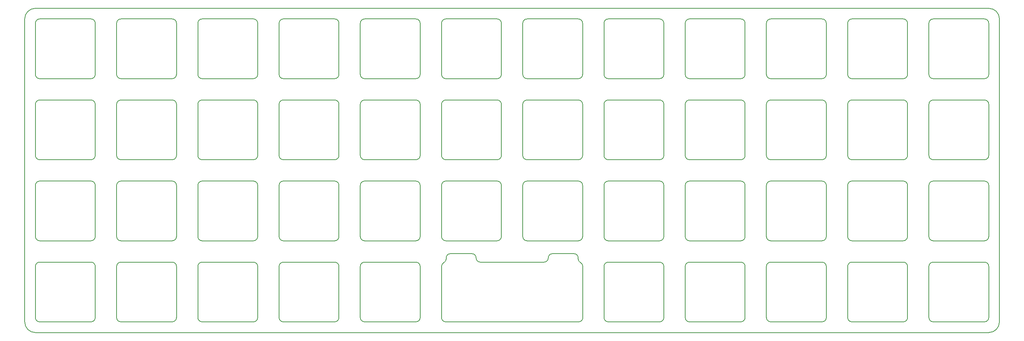
<source format=gbr>
%TF.GenerationSoftware,KiCad,Pcbnew,6.0.4-6f826c9f35~116~ubuntu22.04.1*%
%TF.CreationDate,2022-03-31T18:52:35+02:00*%
%TF.ProjectId,plaid_plate_mit_grid,706c6169-645f-4706-9c61-74655f6d6974,rev?*%
%TF.SameCoordinates,PX208b4c8PY36216c0*%
%TF.FileFunction,Profile,NP*%
%FSLAX46Y46*%
G04 Gerber Fmt 4.6, Leading zero omitted, Abs format (unit mm)*
G04 Created by KiCad (PCBNEW 6.0.4-6f826c9f35~116~ubuntu22.04.1) date 2022-03-31 18:52:35*
%MOMM*%
%LPD*%
G01*
G04 APERTURE LIST*
%TA.AperFunction,Profile*%
%ADD10C,0.200000*%
%TD*%
%TA.AperFunction,Profile*%
%ADD11C,0.150000*%
%TD*%
G04 APERTURE END LIST*
D10*
X211499600Y-72491000D02*
G75*
G03*
X212499600Y-73491000I999999J-1D01*
G01*
X225499586Y-60491000D02*
G75*
G03*
X224499600Y-59491000I-999993J7D01*
G01*
X224499600Y-73491000D02*
G75*
G03*
X225499600Y-72491000I-7J1000007D01*
G01*
X212499600Y-59491000D02*
X224499600Y-59491000D01*
X211499600Y-72491000D02*
X211499600Y-60491000D01*
X212499600Y-59491000D02*
G75*
G03*
X211499600Y-60491000I-1J-999999D01*
G01*
X224499600Y-73491000D02*
X212499600Y-73491000D01*
X225499600Y-60491000D02*
X225499600Y-72491000D01*
X192499600Y-72491000D02*
G75*
G03*
X193499600Y-73491000I999999J-1D01*
G01*
X193499600Y-59491000D02*
G75*
G03*
X192499600Y-60491000I-1J-999999D01*
G01*
X206499586Y-60491000D02*
G75*
G03*
X205499600Y-59491000I-999993J7D01*
G01*
X205499600Y-73491000D02*
G75*
G03*
X206499600Y-72491000I-7J1000007D01*
G01*
X193499600Y-59491000D02*
X205499600Y-59491000D01*
X192499600Y-72491000D02*
X192499600Y-60491000D01*
X205499600Y-73491000D02*
X193499600Y-73491000D01*
X206499600Y-60491000D02*
X206499600Y-72491000D01*
X173499600Y-72491000D02*
G75*
G03*
X174499600Y-73491000I999999J-1D01*
G01*
X187499586Y-60491000D02*
G75*
G03*
X186499600Y-59491000I-999993J7D01*
G01*
X186499600Y-73491000D02*
G75*
G03*
X187499600Y-72491000I-7J1000007D01*
G01*
X174499600Y-59491000D02*
X186499600Y-59491000D01*
X173499600Y-72491000D02*
X173499600Y-60491000D01*
X187499600Y-60491000D02*
X187499600Y-72491000D01*
X186499600Y-73491000D02*
X174499600Y-73491000D01*
X174499600Y-59491000D02*
G75*
G03*
X173499600Y-60491000I-1J-999999D01*
G01*
X154499600Y-72491000D02*
G75*
G03*
X155499600Y-73491000I999999J-1D01*
G01*
X168499586Y-60491000D02*
G75*
G03*
X167499600Y-59491000I-999993J7D01*
G01*
X167499600Y-73491000D02*
G75*
G03*
X168499600Y-72491000I-7J1000007D01*
G01*
X155499600Y-59491000D02*
X167499600Y-59491000D01*
X154499600Y-72491000D02*
X154499600Y-60491000D01*
X167499600Y-73491000D02*
X155499600Y-73491000D01*
X168499600Y-60491000D02*
X168499600Y-72491000D01*
X155499600Y-59491000D02*
G75*
G03*
X154499600Y-60491000I-1J-999999D01*
G01*
X135499600Y-72491000D02*
G75*
G03*
X136499600Y-73491000I999999J-1D01*
G01*
X149499586Y-60491000D02*
G75*
G03*
X148499600Y-59491000I-999993J7D01*
G01*
X149499600Y-60491000D02*
X149499600Y-72491000D01*
X148499600Y-73491000D02*
G75*
G03*
X149499600Y-72491000I-7J1000007D01*
G01*
X136499600Y-59491000D02*
X148499600Y-59491000D01*
X135499600Y-72491000D02*
X135499600Y-60491000D01*
X136499600Y-59491000D02*
G75*
G03*
X135499600Y-60491000I-1J-999999D01*
G01*
X148499600Y-73491000D02*
X136499600Y-73491000D01*
X211499600Y-53491000D02*
G75*
G03*
X212499600Y-54491000I999999J-1D01*
G01*
X225499586Y-41491000D02*
G75*
G03*
X224499600Y-40491000I-999993J7D01*
G01*
X224499600Y-54491000D02*
G75*
G03*
X225499600Y-53491000I-7J1000007D01*
G01*
X224499600Y-54491000D02*
X212499600Y-54491000D01*
X212499600Y-40491000D02*
X224499600Y-40491000D01*
X211499600Y-53491000D02*
X211499600Y-41491000D01*
X225499600Y-41491000D02*
X225499600Y-53491000D01*
X212499600Y-40491000D02*
G75*
G03*
X211499600Y-41491000I-1J-999999D01*
G01*
X192499600Y-53491000D02*
G75*
G03*
X193499600Y-54491000I999999J-1D01*
G01*
X206499586Y-41491000D02*
G75*
G03*
X205499600Y-40491000I-999993J7D01*
G01*
X205499600Y-54491000D02*
X193499600Y-54491000D01*
X205499600Y-54491000D02*
G75*
G03*
X206499600Y-53491000I-7J1000007D01*
G01*
X193499600Y-40491000D02*
X205499600Y-40491000D01*
X193499600Y-40491000D02*
G75*
G03*
X192499600Y-41491000I-1J-999999D01*
G01*
X192499600Y-53491000D02*
X192499600Y-41491000D01*
X206499600Y-41491000D02*
X206499600Y-53491000D01*
X173499600Y-53491000D02*
G75*
G03*
X174499600Y-54491000I999999J-1D01*
G01*
X186499600Y-54491000D02*
G75*
G03*
X187499600Y-53491000I-7J1000007D01*
G01*
X174499600Y-40491000D02*
G75*
G03*
X173499600Y-41491000I-1J-999999D01*
G01*
X187499586Y-41491000D02*
G75*
G03*
X186499600Y-40491000I-999993J7D01*
G01*
X174499600Y-40491000D02*
X186499600Y-40491000D01*
X173499600Y-53491000D02*
X173499600Y-41491000D01*
X186499600Y-54491000D02*
X174499600Y-54491000D01*
X187499600Y-41491000D02*
X187499600Y-53491000D01*
X154499600Y-53491000D02*
G75*
G03*
X155499600Y-54491000I999999J-1D01*
G01*
X168499586Y-41491000D02*
G75*
G03*
X167499600Y-40491000I-999993J7D01*
G01*
X167499600Y-54491000D02*
G75*
G03*
X168499600Y-53491000I-7J1000007D01*
G01*
X155499600Y-40491000D02*
X167499600Y-40491000D01*
X154499600Y-53491000D02*
X154499600Y-41491000D01*
X155499600Y-40491000D02*
G75*
G03*
X154499600Y-41491000I-1J-999999D01*
G01*
X167499600Y-54491000D02*
X155499600Y-54491000D01*
X168499600Y-41491000D02*
X168499600Y-53491000D01*
X78499600Y-72491000D02*
G75*
G03*
X79499600Y-73491000I999999J-1D01*
G01*
X92499586Y-60491000D02*
G75*
G03*
X91499600Y-59491000I-999993J7D01*
G01*
X91499600Y-73491000D02*
G75*
G03*
X92499600Y-72491000I-7J1000007D01*
G01*
X78499600Y-72491000D02*
X78499600Y-60491000D01*
X79499600Y-59491000D02*
X91499600Y-59491000D01*
X91499600Y-73491000D02*
X79499600Y-73491000D01*
X92499600Y-60491000D02*
X92499600Y-72491000D01*
X79499600Y-59491000D02*
G75*
G03*
X78499600Y-60491000I-1J-999999D01*
G01*
X59499600Y-72491000D02*
G75*
G03*
X60499600Y-73491000I999999J-1D01*
G01*
X73499586Y-60491000D02*
G75*
G03*
X72499600Y-59491000I-999993J7D01*
G01*
X72499600Y-73491000D02*
G75*
G03*
X73499600Y-72491000I-7J1000007D01*
G01*
X59499600Y-72491000D02*
X59499600Y-60491000D01*
X60499600Y-59491000D02*
G75*
G03*
X59499600Y-60491000I-1J-999999D01*
G01*
X60499600Y-59491000D02*
X72499600Y-59491000D01*
X72499600Y-73491000D02*
X60499600Y-73491000D01*
X73499600Y-60491000D02*
X73499600Y-72491000D01*
X40499600Y-72491000D02*
G75*
G03*
X41499600Y-73491000I999999J-1D01*
G01*
X53499600Y-73491000D02*
G75*
G03*
X54499600Y-72491000I-7J1000007D01*
G01*
X53499600Y-73491000D02*
X41499600Y-73491000D01*
X54499586Y-60491000D02*
G75*
G03*
X53499600Y-59491000I-999993J7D01*
G01*
X41499600Y-59491000D02*
X53499600Y-59491000D01*
X40499600Y-72491000D02*
X40499600Y-60491000D01*
X54499600Y-60491000D02*
X54499600Y-72491000D01*
X41499600Y-59491000D02*
G75*
G03*
X40499600Y-60491000I-1J-999999D01*
G01*
X21499600Y-72491000D02*
G75*
G03*
X22499600Y-73491000I999999J-1D01*
G01*
X35499586Y-60491000D02*
G75*
G03*
X34499600Y-59491000I-999993J7D01*
G01*
X34499600Y-73491000D02*
G75*
G03*
X35499600Y-72491000I-7J1000007D01*
G01*
X22499600Y-59491000D02*
X34499600Y-59491000D01*
X21499600Y-72491000D02*
X21499600Y-60491000D01*
X34499600Y-73491000D02*
X22499600Y-73491000D01*
X35499600Y-60491000D02*
X35499600Y-72491000D01*
X22499600Y-59491000D02*
G75*
G03*
X21499600Y-60491000I-1J-999999D01*
G01*
X2499600Y-72491000D02*
G75*
G03*
X3499600Y-73491000I999999J-1D01*
G01*
X16499586Y-60491000D02*
G75*
G03*
X15499600Y-59491000I-999993J7D01*
G01*
X15499600Y-73491000D02*
G75*
G03*
X16499600Y-72491000I-7J1000007D01*
G01*
X3499600Y-59491000D02*
X15499600Y-59491000D01*
X2499600Y-72491000D02*
X2499600Y-60491000D01*
X15499600Y-73491000D02*
X3499600Y-73491000D01*
X16499600Y-60491000D02*
X16499600Y-72491000D01*
X3499600Y-59491000D02*
G75*
G03*
X2499600Y-60491000I-1J-999999D01*
G01*
X78499600Y-53491000D02*
G75*
G03*
X79499600Y-54491000I999999J-1D01*
G01*
X92499586Y-41491000D02*
G75*
G03*
X91499600Y-40491000I-999993J7D01*
G01*
X91499600Y-54491000D02*
G75*
G03*
X92499600Y-53491000I-7J1000007D01*
G01*
X79499600Y-40491000D02*
X91499600Y-40491000D01*
X78499600Y-53491000D02*
X78499600Y-41491000D01*
X91499600Y-54491000D02*
X79499600Y-54491000D01*
X92499600Y-41491000D02*
X92499600Y-53491000D01*
X79499600Y-40491000D02*
G75*
G03*
X78499600Y-41491000I-1J-999999D01*
G01*
X59499600Y-53491000D02*
G75*
G03*
X60499600Y-54491000I999999J-1D01*
G01*
X72499600Y-54491000D02*
G75*
G03*
X73499600Y-53491000I-7J1000007D01*
G01*
X73499586Y-41491000D02*
G75*
G03*
X72499600Y-40491000I-999993J7D01*
G01*
X60499600Y-40491000D02*
X72499600Y-40491000D01*
X59499600Y-53491000D02*
X59499600Y-41491000D01*
X72499600Y-54491000D02*
X60499600Y-54491000D01*
X73499600Y-41491000D02*
X73499600Y-53491000D01*
X60499600Y-40491000D02*
G75*
G03*
X59499600Y-41491000I-1J-999999D01*
G01*
X40499600Y-53491000D02*
G75*
G03*
X41499600Y-54491000I999999J-1D01*
G01*
X53499600Y-54491000D02*
G75*
G03*
X54499600Y-53491000I-7J1000007D01*
G01*
X54499586Y-41491000D02*
G75*
G03*
X53499600Y-40491000I-999993J7D01*
G01*
X41499600Y-40491000D02*
X53499600Y-40491000D01*
X40499600Y-53491000D02*
X40499600Y-41491000D01*
X53499600Y-54491000D02*
X41499600Y-54491000D01*
X54499600Y-41491000D02*
X54499600Y-53491000D01*
X41499600Y-40491000D02*
G75*
G03*
X40499600Y-41491000I-1J-999999D01*
G01*
X21499600Y-53491000D02*
G75*
G03*
X22499600Y-54491000I999999J-1D01*
G01*
X35499586Y-41491000D02*
G75*
G03*
X34499600Y-40491000I-999993J7D01*
G01*
X22499600Y-40491000D02*
G75*
G03*
X21499600Y-41491000I-1J-999999D01*
G01*
X34499600Y-54491000D02*
G75*
G03*
X35499600Y-53491000I-7J1000007D01*
G01*
X22499600Y-40491000D02*
X34499600Y-40491000D01*
X21499600Y-53491000D02*
X21499600Y-41491000D01*
X34499600Y-54491000D02*
X22499600Y-54491000D01*
X35499600Y-41491000D02*
X35499600Y-53491000D01*
X136499600Y-40491000D02*
G75*
G03*
X135499600Y-41491000I-1J-999999D01*
G01*
X149499600Y-41491000D02*
X149499600Y-53491000D01*
X148499600Y-54491000D02*
X136499600Y-54491000D01*
X135499600Y-53491000D02*
X135499600Y-41491000D01*
X136499600Y-40491000D02*
X148499600Y-40491000D01*
X148499600Y-54491000D02*
G75*
G03*
X149499600Y-53491000I-7J1000007D01*
G01*
X149499586Y-41491000D02*
G75*
G03*
X148499600Y-40491000I-999993J7D01*
G01*
X135499600Y-53491000D02*
G75*
G03*
X136499600Y-54491000I999999J-1D01*
G01*
X117499600Y-40491000D02*
G75*
G03*
X116499600Y-41491000I-1J-999999D01*
G01*
X130499600Y-41491000D02*
X130499600Y-53491000D01*
X129499600Y-54491000D02*
X117499600Y-54491000D01*
X116499600Y-53491000D02*
X116499600Y-41491000D01*
X117499600Y-40491000D02*
X129499600Y-40491000D01*
X129499600Y-54491000D02*
G75*
G03*
X130499600Y-53491000I-7J1000007D01*
G01*
X130499586Y-41491000D02*
G75*
G03*
X129499600Y-40491000I-999993J7D01*
G01*
X116499600Y-53491000D02*
G75*
G03*
X117499600Y-54491000I999999J-1D01*
G01*
X98499600Y-40491000D02*
G75*
G03*
X97499600Y-41491000I-1J-999999D01*
G01*
X111499600Y-41491000D02*
X111499600Y-53491000D01*
X110499600Y-54491000D02*
X98499600Y-54491000D01*
X97499600Y-53491000D02*
X97499600Y-41491000D01*
X98499600Y-40491000D02*
X110499600Y-40491000D01*
X110499600Y-54491000D02*
G75*
G03*
X111499600Y-53491000I-7J1000007D01*
G01*
X111499586Y-41491000D02*
G75*
G03*
X110499600Y-40491000I-999993J7D01*
G01*
X97499600Y-53491000D02*
G75*
G03*
X98499600Y-54491000I999999J-1D01*
G01*
X3499600Y-40491000D02*
G75*
G03*
X2499600Y-41491000I-1J-999999D01*
G01*
X16499600Y-41491000D02*
X16499600Y-53491000D01*
X15499600Y-54491000D02*
X3499600Y-54491000D01*
X2499600Y-53491000D02*
X2499600Y-41491000D01*
X3499600Y-40491000D02*
X15499600Y-40491000D01*
X15499600Y-54491000D02*
G75*
G03*
X16499600Y-53491000I-7J1000007D01*
G01*
X16499586Y-41491000D02*
G75*
G03*
X15499600Y-40491000I-999993J7D01*
G01*
X2499600Y-53491000D02*
G75*
G03*
X3499600Y-54491000I999999J-1D01*
G01*
X212499600Y-21491000D02*
G75*
G03*
X211499600Y-22491000I-1J-999999D01*
G01*
X211499600Y-34491000D02*
G75*
G03*
X212499600Y-35491000I999999J-1D01*
G01*
X225499600Y-22491000D02*
X225499600Y-34491000D01*
X224499600Y-35491000D02*
X212499600Y-35491000D01*
X211499600Y-34491000D02*
X211499600Y-22491000D01*
X212499600Y-21491000D02*
X224499600Y-21491000D01*
X224499600Y-35491000D02*
G75*
G03*
X225499600Y-34491000I-7J1000007D01*
G01*
X225499586Y-22491000D02*
G75*
G03*
X224499600Y-21491000I-999993J7D01*
G01*
X193499600Y-21491000D02*
G75*
G03*
X192499600Y-22491000I-1J-999999D01*
G01*
X206499600Y-22491000D02*
X206499600Y-34491000D01*
X205499600Y-35491000D02*
X193499600Y-35491000D01*
X192499600Y-34491000D02*
X192499600Y-22491000D01*
X193499600Y-21491000D02*
X205499600Y-21491000D01*
X205499600Y-35491000D02*
G75*
G03*
X206499600Y-34491000I-7J1000007D01*
G01*
X206499586Y-22491000D02*
G75*
G03*
X205499600Y-21491000I-999993J7D01*
G01*
X192499600Y-34491000D02*
G75*
G03*
X193499600Y-35491000I999999J-1D01*
G01*
X174499600Y-21491000D02*
G75*
G03*
X173499600Y-22491000I-1J-999999D01*
G01*
X187499600Y-22491000D02*
X187499600Y-34491000D01*
X186499600Y-35491000D02*
X174499600Y-35491000D01*
X173499600Y-34491000D02*
X173499600Y-22491000D01*
X174499600Y-21491000D02*
X186499600Y-21491000D01*
X186499600Y-35491000D02*
G75*
G03*
X187499600Y-34491000I-7J1000007D01*
G01*
X187499586Y-22491000D02*
G75*
G03*
X186499600Y-21491000I-999993J7D01*
G01*
X173499600Y-34491000D02*
G75*
G03*
X174499600Y-35491000I999999J-1D01*
G01*
X155499600Y-21491000D02*
G75*
G03*
X154499600Y-22491000I-1J-999999D01*
G01*
X168499600Y-22491000D02*
X168499600Y-34491000D01*
X167499600Y-35491000D02*
X155499600Y-35491000D01*
X154499600Y-34491000D02*
X154499600Y-22491000D01*
X155499600Y-21491000D02*
X167499600Y-21491000D01*
X167499600Y-35491000D02*
G75*
G03*
X168499600Y-34491000I-7J1000007D01*
G01*
X168499586Y-22491000D02*
G75*
G03*
X167499600Y-21491000I-999993J7D01*
G01*
X154499600Y-34491000D02*
G75*
G03*
X155499600Y-35491000I999999J-1D01*
G01*
X136499600Y-21491000D02*
G75*
G03*
X135499600Y-22491000I-1J-999999D01*
G01*
X149499600Y-22491000D02*
X149499600Y-34491000D01*
X148499600Y-35491000D02*
X136499600Y-35491000D01*
X135499600Y-34491000D02*
X135499600Y-22491000D01*
X136499600Y-21491000D02*
X148499600Y-21491000D01*
X148499600Y-35491000D02*
G75*
G03*
X149499600Y-34491000I-7J1000007D01*
G01*
X149499586Y-22491000D02*
G75*
G03*
X148499600Y-21491000I-999993J7D01*
G01*
X135499600Y-34491000D02*
G75*
G03*
X136499600Y-35491000I999999J-1D01*
G01*
X117499600Y-21491000D02*
G75*
G03*
X116499600Y-22491000I-1J-999999D01*
G01*
X130499600Y-22491000D02*
X130499600Y-34491000D01*
X129499600Y-35491000D02*
X117499600Y-35491000D01*
X116499600Y-34491000D02*
X116499600Y-22491000D01*
X117499600Y-21491000D02*
X129499600Y-21491000D01*
X129499600Y-35491000D02*
G75*
G03*
X130499600Y-34491000I-7J1000007D01*
G01*
X130499586Y-22491000D02*
G75*
G03*
X129499600Y-21491000I-999993J7D01*
G01*
X116499600Y-34491000D02*
G75*
G03*
X117499600Y-35491000I999999J-1D01*
G01*
X98499600Y-21491000D02*
G75*
G03*
X97499600Y-22491000I-1J-999999D01*
G01*
X111499600Y-22491000D02*
X111499600Y-34491000D01*
X110499600Y-35491000D02*
X98499600Y-35491000D01*
X97499600Y-34491000D02*
X97499600Y-22491000D01*
X98499600Y-21491000D02*
X110499600Y-21491000D01*
X110499600Y-35491000D02*
G75*
G03*
X111499600Y-34491000I-7J1000007D01*
G01*
X111499586Y-22491000D02*
G75*
G03*
X110499600Y-21491000I-999993J7D01*
G01*
X97499600Y-34491000D02*
G75*
G03*
X98499600Y-35491000I999999J-1D01*
G01*
X79499600Y-21491000D02*
G75*
G03*
X78499600Y-22491000I-1J-999999D01*
G01*
X91499600Y-35491000D02*
G75*
G03*
X92499600Y-34491000I-7J1000007D01*
G01*
X92499600Y-22491000D02*
X92499600Y-34491000D01*
X92499586Y-22491000D02*
G75*
G03*
X91499600Y-21491000I-999993J7D01*
G01*
X91499600Y-35491000D02*
X79499600Y-35491000D01*
X78499600Y-34491000D02*
G75*
G03*
X79499600Y-35491000I999999J-1D01*
G01*
X78499600Y-34491000D02*
X78499600Y-22491000D01*
X79499600Y-21491000D02*
X91499600Y-21491000D01*
X60499600Y-21491000D02*
G75*
G03*
X59499600Y-22491000I-1J-999999D01*
G01*
X73499600Y-22491000D02*
X73499600Y-34491000D01*
X72499600Y-35491000D02*
X60499600Y-35491000D01*
X59499600Y-34491000D02*
X59499600Y-22491000D01*
X60499600Y-21491000D02*
X72499600Y-21491000D01*
X72499600Y-35491000D02*
G75*
G03*
X73499600Y-34491000I-7J1000007D01*
G01*
X73499586Y-22491000D02*
G75*
G03*
X72499600Y-21491000I-999993J7D01*
G01*
X59499600Y-34491000D02*
G75*
G03*
X60499600Y-35491000I999999J-1D01*
G01*
X41499600Y-21491000D02*
G75*
G03*
X40499600Y-22491000I-1J-999999D01*
G01*
X54499600Y-22491000D02*
X54499600Y-34491000D01*
X53499600Y-35491000D02*
X41499600Y-35491000D01*
X40499600Y-34491000D02*
X40499600Y-22491000D01*
X41499600Y-21491000D02*
X53499600Y-21491000D01*
X53499600Y-35491000D02*
G75*
G03*
X54499600Y-34491000I-7J1000007D01*
G01*
X54499586Y-22491000D02*
G75*
G03*
X53499600Y-21491000I-999993J7D01*
G01*
X40499600Y-34491000D02*
G75*
G03*
X41499600Y-35491000I999999J-1D01*
G01*
X22499600Y-21491000D02*
G75*
G03*
X21499600Y-22491000I-1J-999999D01*
G01*
X35499600Y-22491000D02*
X35499600Y-34491000D01*
X34499600Y-35491000D02*
X22499600Y-35491000D01*
X21499600Y-34491000D02*
X21499600Y-22491000D01*
X22499600Y-21491000D02*
X34499600Y-21491000D01*
X34499600Y-35491000D02*
G75*
G03*
X35499600Y-34491000I-7J1000007D01*
G01*
X35499586Y-22491000D02*
G75*
G03*
X34499600Y-21491000I-999993J7D01*
G01*
X21499600Y-34491000D02*
G75*
G03*
X22499600Y-35491000I999999J-1D01*
G01*
X3499600Y-21491000D02*
G75*
G03*
X2499600Y-22491000I-1J-999999D01*
G01*
X16499600Y-22491000D02*
X16499600Y-34491000D01*
X15499600Y-35491000D02*
X3499600Y-35491000D01*
X2499600Y-34491000D02*
X2499600Y-22491000D01*
X3499600Y-21491000D02*
X15499600Y-21491000D01*
X15499600Y-35491000D02*
G75*
G03*
X16499600Y-34491000I-7J1000007D01*
G01*
X16499586Y-22491000D02*
G75*
G03*
X15499600Y-21491000I-999993J7D01*
G01*
X2499600Y-34491000D02*
G75*
G03*
X3499600Y-35491000I999999J-1D01*
G01*
X212499600Y-2491000D02*
G75*
G03*
X211499600Y-3491000I-1J-999999D01*
G01*
X225499600Y-3491000D02*
X225499600Y-15491000D01*
X224499600Y-16491000D02*
X212499600Y-16491000D01*
X211499600Y-15491000D02*
X211499600Y-3491000D01*
X212499600Y-2491000D02*
X224499600Y-2491000D01*
X224499600Y-16491000D02*
G75*
G03*
X225499600Y-15491000I-7J1000007D01*
G01*
X225499586Y-3491000D02*
G75*
G03*
X224499600Y-2491000I-999993J7D01*
G01*
X211499600Y-15491000D02*
G75*
G03*
X212499600Y-16491000I999999J-1D01*
G01*
X193499600Y-2491000D02*
G75*
G03*
X192499600Y-3491000I-1J-999999D01*
G01*
X206499600Y-3491000D02*
X206499600Y-15491000D01*
X205499600Y-16491000D02*
X193499600Y-16491000D01*
X192499600Y-15491000D02*
X192499600Y-3491000D01*
X193499600Y-2491000D02*
X205499600Y-2491000D01*
X205499600Y-16491000D02*
G75*
G03*
X206499600Y-15491000I-7J1000007D01*
G01*
X206499586Y-3491000D02*
G75*
G03*
X205499600Y-2491000I-999993J7D01*
G01*
X192499600Y-15491000D02*
G75*
G03*
X193499600Y-16491000I999999J-1D01*
G01*
X174499600Y-2491000D02*
G75*
G03*
X173499600Y-3491000I-1J-999999D01*
G01*
X187499600Y-3491000D02*
X187499600Y-15491000D01*
X186499600Y-16491000D02*
X174499600Y-16491000D01*
X173499600Y-15491000D02*
X173499600Y-3491000D01*
X174499600Y-2491000D02*
X186499600Y-2491000D01*
X186499600Y-16491000D02*
G75*
G03*
X187499600Y-15491000I-7J1000007D01*
G01*
X187499586Y-3491000D02*
G75*
G03*
X186499600Y-2491000I-999993J7D01*
G01*
X173499600Y-15491000D02*
G75*
G03*
X174499600Y-16491000I999999J-1D01*
G01*
X155499600Y-2491000D02*
G75*
G03*
X154499600Y-3491000I-1J-999999D01*
G01*
X168499600Y-3491000D02*
X168499600Y-15491000D01*
X167499600Y-16491000D02*
X155499600Y-16491000D01*
X154499600Y-15491000D02*
X154499600Y-3491000D01*
X155499600Y-2491000D02*
X167499600Y-2491000D01*
X167499600Y-16491000D02*
G75*
G03*
X168499600Y-15491000I-7J1000007D01*
G01*
X168499586Y-3491000D02*
G75*
G03*
X167499600Y-2491000I-999993J7D01*
G01*
X154499600Y-15491000D02*
G75*
G03*
X155499600Y-16491000I999999J-1D01*
G01*
X136499600Y-2491000D02*
G75*
G03*
X135499600Y-3491000I-1J-999999D01*
G01*
X149499600Y-3491000D02*
X149499600Y-15491000D01*
X148499600Y-16491000D02*
X136499600Y-16491000D01*
X135499600Y-15491000D02*
X135499600Y-3491000D01*
X135499600Y-15491000D02*
G75*
G03*
X136499600Y-16491000I999999J-1D01*
G01*
X136499600Y-2491000D02*
X148499600Y-2491000D01*
X148499600Y-16491000D02*
G75*
G03*
X149499600Y-15491000I-7J1000007D01*
G01*
X149499586Y-3491000D02*
G75*
G03*
X148499600Y-2491000I-999993J7D01*
G01*
X117499600Y-2491000D02*
G75*
G03*
X116499600Y-3491000I-1J-999999D01*
G01*
X130499600Y-3491000D02*
X130499600Y-15491000D01*
X129499600Y-16491000D02*
X117499600Y-16491000D01*
X116499600Y-15491000D02*
X116499600Y-3491000D01*
X117499600Y-2491000D02*
X129499600Y-2491000D01*
X129499600Y-16491000D02*
G75*
G03*
X130499600Y-15491000I-7J1000007D01*
G01*
X130499586Y-3491000D02*
G75*
G03*
X129499600Y-2491000I-999993J7D01*
G01*
X116499600Y-15491000D02*
G75*
G03*
X117499600Y-16491000I999999J-1D01*
G01*
X98499600Y-2491000D02*
G75*
G03*
X97499600Y-3491000I-1J-999999D01*
G01*
X111499600Y-3491000D02*
X111499600Y-15491000D01*
X110499600Y-16491000D02*
X98499600Y-16491000D01*
X97499600Y-15491000D02*
X97499600Y-3491000D01*
X98499600Y-2491000D02*
X110499600Y-2491000D01*
X110499600Y-16491000D02*
G75*
G03*
X111499600Y-15491000I-7J1000007D01*
G01*
X111499586Y-3491000D02*
G75*
G03*
X110499600Y-2491000I-999993J7D01*
G01*
X97499600Y-15491000D02*
G75*
G03*
X98499600Y-16491000I999999J-1D01*
G01*
X79499600Y-2491000D02*
G75*
G03*
X78499600Y-3491000I-1J-999999D01*
G01*
X92499600Y-3491000D02*
X92499600Y-15491000D01*
X91499600Y-16491000D02*
X79499600Y-16491000D01*
X78499600Y-15491000D02*
X78499600Y-3491000D01*
X79499600Y-2491000D02*
X91499600Y-2491000D01*
X91499600Y-16491000D02*
G75*
G03*
X92499600Y-15491000I-7J1000007D01*
G01*
X92499586Y-3491000D02*
G75*
G03*
X91499600Y-2491000I-999993J7D01*
G01*
X78499600Y-15491000D02*
G75*
G03*
X79499600Y-16491000I999999J-1D01*
G01*
X60499600Y-2491000D02*
G75*
G03*
X59499600Y-3491000I-1J-999999D01*
G01*
X73499600Y-3491000D02*
X73499600Y-15491000D01*
X72499600Y-16491000D02*
X60499600Y-16491000D01*
X59499600Y-15491000D02*
X59499600Y-3491000D01*
X60499600Y-2491000D02*
X72499600Y-2491000D01*
X72499600Y-16491000D02*
G75*
G03*
X73499600Y-15491000I-7J1000007D01*
G01*
X73499586Y-3491000D02*
G75*
G03*
X72499600Y-2491000I-999993J7D01*
G01*
X59499600Y-15491000D02*
G75*
G03*
X60499600Y-16491000I999999J-1D01*
G01*
X41499600Y-2491000D02*
G75*
G03*
X40499600Y-3491000I-1J-999999D01*
G01*
X54499600Y-3491000D02*
X54499600Y-15491000D01*
X53499600Y-16491000D02*
X41499600Y-16491000D01*
X40499600Y-15491000D02*
X40499600Y-3491000D01*
X40499600Y-15491000D02*
G75*
G03*
X41499600Y-16491000I999999J-1D01*
G01*
X41499600Y-2491000D02*
X53499600Y-2491000D01*
X53499600Y-16491000D02*
G75*
G03*
X54499600Y-15491000I-7J1000007D01*
G01*
X54499586Y-3491000D02*
G75*
G03*
X53499600Y-2491000I-999993J7D01*
G01*
X22499600Y-2491000D02*
G75*
G03*
X21499600Y-3491000I-1J-999999D01*
G01*
X35499600Y-3491000D02*
X35499600Y-15491000D01*
X34499600Y-16491000D02*
X22499600Y-16491000D01*
X21499600Y-15491000D02*
X21499600Y-3491000D01*
X22499600Y-2491000D02*
X34499600Y-2491000D01*
X35499586Y-3491000D02*
G75*
G03*
X34499600Y-2491000I-999993J7D01*
G01*
X34499600Y-16491000D02*
G75*
G03*
X35499600Y-15491000I-7J1000007D01*
G01*
X21499600Y-15491000D02*
G75*
G03*
X22499600Y-16491000I999999J-1D01*
G01*
X2499600Y-15491000D02*
G75*
G03*
X3499600Y-16491000I999999J-1D01*
G01*
X3499600Y-2491000D02*
G75*
G03*
X2499600Y-3491000I-1J-999999D01*
G01*
X16499600Y-3491000D02*
X16499600Y-15491000D01*
X3499600Y-2491000D02*
X15499600Y-2491000D01*
X16499586Y-3491000D02*
G75*
G03*
X15499600Y-2491000I-999993J7D01*
G01*
X15499600Y-16491000D02*
G75*
G03*
X16499600Y-15491000I-7J1000007D01*
G01*
X15499600Y-16491000D02*
X3499600Y-16491000D01*
X2499600Y-15491000D02*
X2499600Y-3491000D01*
X129462661Y-58499960D02*
X129462661Y-58720514D01*
X121462660Y-59499960D02*
G75*
G03*
X122462660Y-58499960I1J999999D01*
G01*
X130549660Y-60499960D02*
G75*
G03*
X130006160Y-59610237I-1000003J-2D01*
G01*
X123462660Y-57499960D02*
G75*
G03*
X122462660Y-58499960I-1J-999999D01*
G01*
X97499660Y-72499960D02*
G75*
G03*
X98499660Y-73499960I1000000J0D01*
G01*
X105586660Y-58499960D02*
G75*
G03*
X106586660Y-59499960I999999J-1D01*
G01*
X97499660Y-72499960D02*
X97499660Y-60499960D01*
X129462661Y-58499960D02*
G75*
G03*
X128462661Y-57499960I-1000003J-3D01*
G01*
X129549660Y-73499960D02*
X98499660Y-73499960D01*
X106586660Y-59499960D02*
X121462660Y-59499960D01*
X105586660Y-58499960D02*
G75*
G03*
X104586660Y-57499960I-999999J1D01*
G01*
X129549660Y-73499960D02*
G75*
G03*
X130549660Y-72499960I1J999999D01*
G01*
X130549660Y-60499960D02*
X130549660Y-72499960D01*
X129462660Y-58720514D02*
G75*
G03*
X130006160Y-59610237I1000100J61D01*
G01*
X99586659Y-57499960D02*
G75*
G03*
X98586659Y-58499960I-1J-999999D01*
G01*
X123462660Y-57499960D02*
X128462660Y-57499960D01*
X99586660Y-57499960D02*
X104586660Y-57499960D01*
X98043160Y-59610237D02*
G75*
G03*
X97499660Y-60499960I456500J-889723D01*
G01*
X98586659Y-58720514D02*
X98586659Y-58499960D01*
X98043160Y-59610238D02*
G75*
G03*
X98586660Y-58720514I-456360J889638D01*
G01*
D11*
X228000000Y-2500000D02*
G75*
G03*
X225500000Y0I-2500000J0D01*
G01*
X2500000Y0D02*
G75*
G03*
X0Y-2500000I0J-2500000D01*
G01*
X0Y-73500000D02*
G75*
G03*
X2500000Y-76000000I2500000J0D01*
G01*
X225500000Y-76000000D02*
G75*
G03*
X228000000Y-73500000I0J2500000D01*
G01*
X0Y-73500000D02*
X0Y-2500000D01*
X225500000Y-76000000D02*
X2500000Y-76000000D01*
X228000000Y-2500000D02*
X228000000Y-73500000D01*
X225500000Y0D02*
X2500000Y0D01*
M02*

</source>
